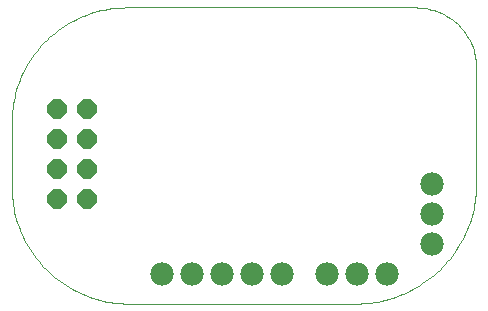
<source format=gbs>
G75*
%MOIN*%
%OFA0B0*%
%FSLAX24Y24*%
%IPPOS*%
%LPD*%
%AMOC8*
5,1,8,0,0,1.08239X$1,22.5*
%
%ADD10C,0.0000*%
%ADD11C,0.0780*%
%ADD12OC8,0.0640*%
D10*
X004045Y000140D02*
X011608Y000140D01*
X011732Y000142D01*
X011856Y000148D01*
X011979Y000157D01*
X012103Y000170D01*
X012225Y000188D01*
X012347Y000209D01*
X012469Y000233D01*
X012590Y000262D01*
X012709Y000294D01*
X012828Y000329D01*
X012945Y000369D01*
X013062Y000412D01*
X013176Y000458D01*
X013290Y000508D01*
X013402Y000562D01*
X013512Y000619D01*
X013620Y000679D01*
X013726Y000743D01*
X013831Y000810D01*
X013933Y000880D01*
X014033Y000953D01*
X014131Y001029D01*
X014226Y001108D01*
X014319Y001190D01*
X014409Y001275D01*
X014497Y001363D01*
X014582Y001453D01*
X014664Y001546D01*
X014743Y001641D01*
X014819Y001739D01*
X014892Y001839D01*
X014962Y001941D01*
X015029Y002046D01*
X015093Y002152D01*
X015153Y002260D01*
X015210Y002370D01*
X015264Y002482D01*
X015314Y002596D01*
X015360Y002710D01*
X015403Y002827D01*
X015443Y002944D01*
X015478Y003063D01*
X015510Y003182D01*
X015539Y003303D01*
X015563Y003425D01*
X015584Y003547D01*
X015602Y003669D01*
X015615Y003793D01*
X015624Y003916D01*
X015630Y004040D01*
X015632Y004164D01*
X015632Y007984D01*
X015630Y008072D01*
X015624Y008161D01*
X015615Y008248D01*
X015601Y008336D01*
X015584Y008423D01*
X015563Y008508D01*
X015538Y008593D01*
X015510Y008677D01*
X015478Y008759D01*
X015442Y008840D01*
X015403Y008920D01*
X015361Y008997D01*
X015315Y009073D01*
X015266Y009146D01*
X015213Y009217D01*
X015158Y009286D01*
X015100Y009353D01*
X015039Y009417D01*
X014975Y009478D01*
X014908Y009536D01*
X014839Y009591D01*
X014768Y009644D01*
X014695Y009693D01*
X014619Y009739D01*
X014542Y009781D01*
X014462Y009820D01*
X014381Y009856D01*
X014299Y009888D01*
X014215Y009916D01*
X014130Y009941D01*
X014045Y009962D01*
X013958Y009979D01*
X013870Y009993D01*
X013783Y010002D01*
X013694Y010008D01*
X013606Y010010D01*
X003963Y010010D01*
X003840Y010008D01*
X003718Y010002D01*
X003596Y009992D01*
X003474Y009979D01*
X003353Y009961D01*
X003232Y009940D01*
X003112Y009914D01*
X002993Y009885D01*
X002875Y009852D01*
X002758Y009815D01*
X002643Y009775D01*
X002528Y009731D01*
X002416Y009683D01*
X002304Y009631D01*
X002195Y009576D01*
X002087Y009518D01*
X001981Y009456D01*
X001877Y009391D01*
X001776Y009323D01*
X001676Y009251D01*
X001579Y009176D01*
X001485Y009098D01*
X001393Y009017D01*
X001303Y008933D01*
X001217Y008847D01*
X001133Y008757D01*
X001052Y008665D01*
X000974Y008571D01*
X000899Y008474D01*
X000827Y008374D01*
X000759Y008273D01*
X000694Y008169D01*
X000632Y008063D01*
X000574Y007955D01*
X000519Y007846D01*
X000467Y007734D01*
X000419Y007622D01*
X000375Y007507D01*
X000335Y007392D01*
X000298Y007275D01*
X000265Y007157D01*
X000236Y007038D01*
X000210Y006918D01*
X000189Y006797D01*
X000171Y006676D01*
X000158Y006554D01*
X000148Y006432D01*
X000142Y006310D01*
X000140Y006187D01*
X000140Y004045D01*
X000142Y003922D01*
X000148Y003800D01*
X000157Y003678D01*
X000171Y003556D01*
X000188Y003434D01*
X000209Y003313D01*
X000234Y003193D01*
X000263Y003074D01*
X000295Y002956D01*
X000331Y002838D01*
X000371Y002722D01*
X000414Y002607D01*
X000461Y002494D01*
X000512Y002382D01*
X000566Y002272D01*
X000623Y002164D01*
X000684Y002057D01*
X000748Y001953D01*
X000815Y001850D01*
X000886Y001750D01*
X000959Y001652D01*
X001036Y001556D01*
X001116Y001463D01*
X001198Y001372D01*
X001284Y001284D01*
X001372Y001198D01*
X001463Y001116D01*
X001556Y001036D01*
X001652Y000959D01*
X001750Y000886D01*
X001850Y000815D01*
X001953Y000748D01*
X002057Y000684D01*
X002164Y000623D01*
X002272Y000566D01*
X002382Y000512D01*
X002494Y000461D01*
X002607Y000414D01*
X002722Y000371D01*
X002838Y000331D01*
X002956Y000295D01*
X003074Y000263D01*
X003193Y000234D01*
X003313Y000209D01*
X003434Y000188D01*
X003556Y000171D01*
X003678Y000157D01*
X003800Y000148D01*
X003922Y000142D01*
X004045Y000140D01*
D11*
X005140Y001140D03*
X006140Y001140D03*
X007140Y001140D03*
X008140Y001140D03*
X009140Y001140D03*
X010640Y001140D03*
X011640Y001140D03*
X012640Y001140D03*
X014140Y002140D03*
X014140Y003140D03*
X014140Y004140D03*
D12*
X002640Y003640D03*
X001640Y003640D03*
X001640Y004640D03*
X002640Y004640D03*
X002640Y005640D03*
X001640Y005640D03*
X001640Y006640D03*
X002640Y006640D03*
M02*

</source>
